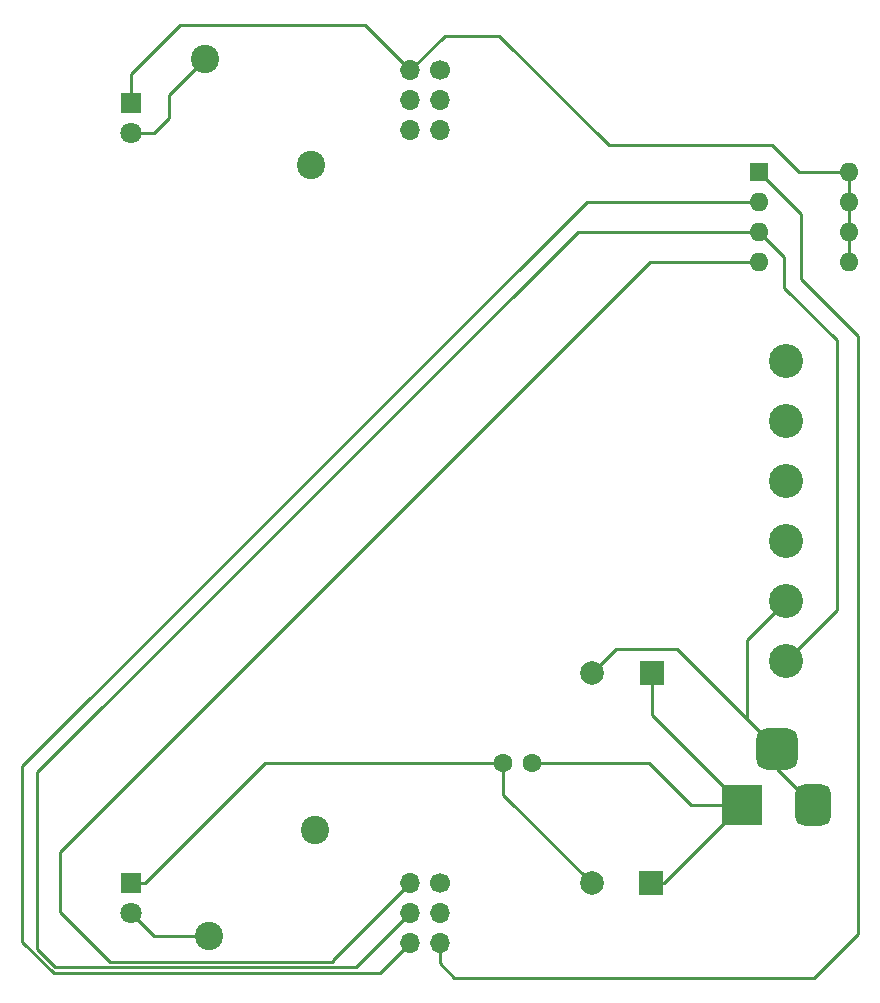
<source format=gbr>
%TF.GenerationSoftware,KiCad,Pcbnew,(7.0.0)*%
%TF.CreationDate,2023-04-28T14:44:39-07:00*%
%TF.ProjectId,Bottom_Board,426f7474-6f6d-45f4-926f-6172642e6b69,0*%
%TF.SameCoordinates,Original*%
%TF.FileFunction,Copper,L1,Top*%
%TF.FilePolarity,Positive*%
%FSLAX46Y46*%
G04 Gerber Fmt 4.6, Leading zero omitted, Abs format (unit mm)*
G04 Created by KiCad (PCBNEW (7.0.0)) date 2023-04-28 14:44:39*
%MOMM*%
%LPD*%
G01*
G04 APERTURE LIST*
G04 Aperture macros list*
%AMRoundRect*
0 Rectangle with rounded corners*
0 $1 Rounding radius*
0 $2 $3 $4 $5 $6 $7 $8 $9 X,Y pos of 4 corners*
0 Add a 4 corners polygon primitive as box body*
4,1,4,$2,$3,$4,$5,$6,$7,$8,$9,$2,$3,0*
0 Add four circle primitives for the rounded corners*
1,1,$1+$1,$2,$3*
1,1,$1+$1,$4,$5*
1,1,$1+$1,$6,$7*
1,1,$1+$1,$8,$9*
0 Add four rect primitives between the rounded corners*
20,1,$1+$1,$2,$3,$4,$5,0*
20,1,$1+$1,$4,$5,$6,$7,0*
20,1,$1+$1,$6,$7,$8,$9,0*
20,1,$1+$1,$8,$9,$2,$3,0*%
%AMHorizOval*
0 Thick line with rounded ends*
0 $1 width*
0 $2 $3 position (X,Y) of the first rounded end (center of the circle)*
0 $4 $5 position (X,Y) of the second rounded end (center of the circle)*
0 Add line between two ends*
20,1,$1,$2,$3,$4,$5,0*
0 Add two circle primitives to create the rounded ends*
1,1,$1,$2,$3*
1,1,$1,$4,$5*%
G04 Aperture macros list end*
%TA.AperFunction,ComponentPad*%
%ADD10C,1.600000*%
%TD*%
%TA.AperFunction,ComponentPad*%
%ADD11R,2.000000X2.000000*%
%TD*%
%TA.AperFunction,ComponentPad*%
%ADD12C,2.000000*%
%TD*%
%TA.AperFunction,ComponentPad*%
%ADD13C,2.400000*%
%TD*%
%TA.AperFunction,ComponentPad*%
%ADD14HorizOval,2.400000X0.000000X0.000000X0.000000X0.000000X0*%
%TD*%
%TA.AperFunction,ComponentPad*%
%ADD15C,1.700000*%
%TD*%
%TA.AperFunction,ComponentPad*%
%ADD16O,1.700000X1.700000*%
%TD*%
%TA.AperFunction,ComponentPad*%
%ADD17C,2.880000*%
%TD*%
%TA.AperFunction,ComponentPad*%
%ADD18HorizOval,2.400000X0.000000X0.000000X0.000000X0.000000X0*%
%TD*%
%TA.AperFunction,ComponentPad*%
%ADD19R,1.800000X1.800000*%
%TD*%
%TA.AperFunction,ComponentPad*%
%ADD20C,1.800000*%
%TD*%
%TA.AperFunction,ComponentPad*%
%ADD21R,1.600000X1.600000*%
%TD*%
%TA.AperFunction,ComponentPad*%
%ADD22O,1.600000X1.600000*%
%TD*%
%TA.AperFunction,ComponentPad*%
%ADD23R,3.500000X3.500000*%
%TD*%
%TA.AperFunction,ComponentPad*%
%ADD24RoundRect,0.750000X0.750000X1.000000X-0.750000X1.000000X-0.750000X-1.000000X0.750000X-1.000000X0*%
%TD*%
%TA.AperFunction,ComponentPad*%
%ADD25RoundRect,0.875000X0.875000X0.875000X-0.875000X0.875000X-0.875000X-0.875000X0.875000X-0.875000X0*%
%TD*%
%TA.AperFunction,Conductor*%
%ADD26C,0.250000*%
%TD*%
G04 APERTURE END LIST*
D10*
%TO.P,C1,1*%
%TO.N,VBUS*%
X144780000Y-127000000D03*
%TO.P,C1,2*%
%TO.N,GND*%
X142280000Y-127000000D03*
%TD*%
D11*
%TO.P,C2,1*%
%TO.N,VBUS*%
X154859999Y-119379999D03*
D12*
%TO.P,C2,2*%
%TO.N,GND*%
X149860000Y-119380000D03*
%TD*%
D11*
%TO.P,C3,1*%
%TO.N,VBUS*%
X154779999Y-137159999D03*
D12*
%TO.P,C3,2*%
%TO.N,GND*%
X149780000Y-137160000D03*
%TD*%
D13*
%TO.P,R1,1*%
%TO.N,Net-(D1-A)*%
X117429872Y-141650128D03*
D14*
%TO.P,R1,2*%
%TO.N,D12*%
X126410127Y-132669871D03*
%TD*%
D15*
%TO.P,J2,1,Pin_1*%
%TO.N,AN0*%
X136961000Y-68326000D03*
D16*
%TO.P,J2,2,Pin_2*%
%TO.N,GND*%
X134420999Y-68325999D03*
%TO.P,J2,3,Pin_3*%
%TO.N,AN1*%
X136960999Y-70865999D03*
%TO.P,J2,4,Pin_4*%
%TO.N,VBUS*%
X134420999Y-70865999D03*
%TO.P,J2,5,Pin_5*%
%TO.N,AN2*%
X136960999Y-73405999D03*
%TO.P,J2,6,Pin_6*%
%TO.N,AN3*%
X134420999Y-73405999D03*
%TD*%
D17*
%TO.P,J3,1,Pin_1*%
%TO.N,D6*%
X166250125Y-118364000D03*
%TO.P,J3,2,Pin_2*%
%TO.N,GND*%
X166250125Y-113284000D03*
%TO.P,J3,3,Pin_3*%
%TO.N,AN3*%
X166250125Y-108204000D03*
%TO.P,J3,4,Pin_4*%
%TO.N,AN2*%
X166250125Y-103124000D03*
%TO.P,J3,5,Pin_5*%
%TO.N,AN1*%
X166250125Y-98044000D03*
%TO.P,J3,6,Pin_6*%
%TO.N,AN0*%
X166250125Y-92964000D03*
%TD*%
D13*
%TO.P,R2,1*%
%TO.N,Net-(D2-A)*%
X117048872Y-67391872D03*
D18*
%TO.P,R2,2*%
%TO.N,D11*%
X126029127Y-76372127D03*
%TD*%
D15*
%TO.P,J1,1,Pin_1*%
%TO.N,D12*%
X136961000Y-137160000D03*
D16*
%TO.P,J1,2,Pin_2*%
%TO.N,D5*%
X134420999Y-137159999D03*
%TO.P,J1,3,Pin_3*%
%TO.N,D11*%
X136960999Y-139699999D03*
%TO.P,J1,4,Pin_4*%
%TO.N,D6*%
X134420999Y-139699999D03*
%TO.P,J1,5,Pin_5*%
%TO.N,D10*%
X136960999Y-142239999D03*
%TO.P,J1,6,Pin_6*%
%TO.N,D9*%
X134420999Y-142239999D03*
%TD*%
D19*
%TO.P,D2,1,K*%
%TO.N,GND*%
X110779999Y-71119999D03*
D20*
%TO.P,D2,2,A*%
%TO.N,Net-(D2-A)*%
X110780000Y-73660000D03*
%TD*%
D21*
%TO.P,SW2,1*%
%TO.N,D10*%
X163956999Y-76933229D03*
D22*
%TO.P,SW2,2*%
%TO.N,D9*%
X163956999Y-79473229D03*
%TO.P,SW2,3*%
%TO.N,D6*%
X163956999Y-82013229D03*
%TO.P,SW2,4*%
%TO.N,D5*%
X163956999Y-84553229D03*
%TO.P,SW2,5*%
%TO.N,GND*%
X171576999Y-84553229D03*
%TO.P,SW2,6*%
X171576999Y-82013229D03*
%TO.P,SW2,7*%
X171576999Y-79473229D03*
%TO.P,SW2,8*%
X171576999Y-76933229D03*
%TD*%
D19*
%TO.P,D1,1,K*%
%TO.N,GND*%
X110779999Y-137159999D03*
D20*
%TO.P,D1,2,A*%
%TO.N,Net-(D1-A)*%
X110780000Y-139700000D03*
%TD*%
D23*
%TO.P,J4,1*%
%TO.N,VBUS*%
X162510336Y-130533255D03*
D24*
%TO.P,J4,2*%
%TO.N,GND*%
X168510337Y-130533256D03*
D25*
%TO.P,J4,3*%
X165510337Y-125833256D03*
%TD*%
D26*
%TO.N,D6*%
X102870000Y-127762000D02*
X148618770Y-82013230D01*
X104395396Y-144272000D02*
X102870000Y-142746604D01*
X102870000Y-142746604D02*
X102870000Y-127762000D01*
X129849000Y-144272000D02*
X104395396Y-144272000D01*
X134421000Y-139700000D02*
X129849000Y-144272000D01*
X148618770Y-82013230D02*
X163957000Y-82013230D01*
%TO.N,Net-(D2-A)*%
X112776000Y-73660000D02*
X110780000Y-73660000D01*
X114046000Y-72390000D02*
X112776000Y-73660000D01*
X117048872Y-67391872D02*
X114046000Y-70394744D01*
X114046000Y-70394744D02*
X114046000Y-72390000D01*
%TO.N,GND*%
X112014000Y-137160000D02*
X122174000Y-127000000D01*
X110780000Y-71120000D02*
X110780000Y-68671000D01*
X142280000Y-127000000D02*
X142280000Y-129660000D01*
X162941000Y-123263919D02*
X165510337Y-125833256D01*
X164203875Y-115323125D02*
X162941000Y-116586000D01*
X164211000Y-115323125D02*
X164203875Y-115323125D01*
X165510337Y-125833256D02*
X165510337Y-127533256D01*
X166250125Y-113284000D02*
X164211000Y-115323125D01*
X142280000Y-129660000D02*
X149780000Y-137160000D01*
X137342000Y-65405000D02*
X134421000Y-68326000D01*
X151257000Y-74676000D02*
X141986000Y-65405000D01*
X130611000Y-64516000D02*
X134421000Y-68326000D01*
X165510337Y-127533256D02*
X168510337Y-130533256D01*
X167357230Y-76933230D02*
X165100000Y-74676000D01*
X162941000Y-116586000D02*
X162941000Y-123263919D01*
X171577000Y-84582000D02*
X171577000Y-76933230D01*
X151892000Y-117348000D02*
X157025081Y-117348000D01*
X110780000Y-137160000D02*
X112014000Y-137160000D01*
X165100000Y-74676000D02*
X151257000Y-74676000D01*
X110780000Y-68671000D02*
X114935000Y-64516000D01*
X122174000Y-127000000D02*
X142280000Y-127000000D01*
X149860000Y-119380000D02*
X151892000Y-117348000D01*
X171577000Y-76933230D02*
X167357230Y-76933230D01*
X114935000Y-64516000D02*
X130611000Y-64516000D01*
X141986000Y-65405000D02*
X137342000Y-65405000D01*
X157025081Y-117348000D02*
X165510337Y-125833256D01*
%TO.N,D9*%
X104267000Y-144780000D02*
X131881000Y-144780000D01*
X163957000Y-79473230D02*
X149380770Y-79473230D01*
X149380770Y-79473230D02*
X101600000Y-127254000D01*
X101600000Y-142113000D02*
X104267000Y-144780000D01*
X131881000Y-144780000D02*
X134421000Y-142240000D01*
X101600000Y-127254000D02*
X101600000Y-142113000D01*
%TO.N,D6*%
X166116000Y-84172230D02*
X163957000Y-82013230D01*
X166116000Y-86741000D02*
X166116000Y-84172230D01*
X166250125Y-118364000D02*
X170561000Y-114053125D01*
X170561000Y-91186000D02*
X166116000Y-86741000D01*
X170561000Y-114053125D02*
X170561000Y-91186000D01*
%TO.N,D5*%
X154714770Y-84553230D02*
X104775000Y-134493000D01*
X127889000Y-143822000D02*
X127889000Y-143692000D01*
X109024000Y-143822000D02*
X127889000Y-143822000D01*
X104775000Y-134493000D02*
X104775000Y-139573000D01*
X104775000Y-139573000D02*
X109024000Y-143822000D01*
X127889000Y-143692000D02*
X134421000Y-137160000D01*
X163957000Y-84553230D02*
X154714770Y-84553230D01*
%TO.N,VBUS*%
X154686000Y-127000000D02*
X158219256Y-130533256D01*
X154860000Y-122882919D02*
X162510337Y-130533256D01*
X155883593Y-137160000D02*
X154780000Y-137160000D01*
X144780000Y-127000000D02*
X154686000Y-127000000D01*
X158219256Y-130533256D02*
X162510337Y-130533256D01*
X154860000Y-119380000D02*
X154860000Y-122882919D01*
X162510337Y-130533256D02*
X155883593Y-137160000D01*
%TO.N,Net-(D1-A)*%
X110780000Y-139700000D02*
X112730128Y-141650128D01*
X112730128Y-141650128D02*
X117429872Y-141650128D01*
%TO.N,D10*%
X168656000Y-145161000D02*
X172339000Y-141478000D01*
X172339000Y-141478000D02*
X172339000Y-90805000D01*
X138176000Y-145161000D02*
X168656000Y-145161000D01*
X167513000Y-80489230D02*
X163957000Y-76933230D01*
X136961000Y-143946000D02*
X138176000Y-145161000D01*
X136961000Y-142240000D02*
X136961000Y-143946000D01*
X172339000Y-90805000D02*
X167513000Y-85979000D01*
X167513000Y-85979000D02*
X167513000Y-80489230D01*
%TD*%
M02*

</source>
